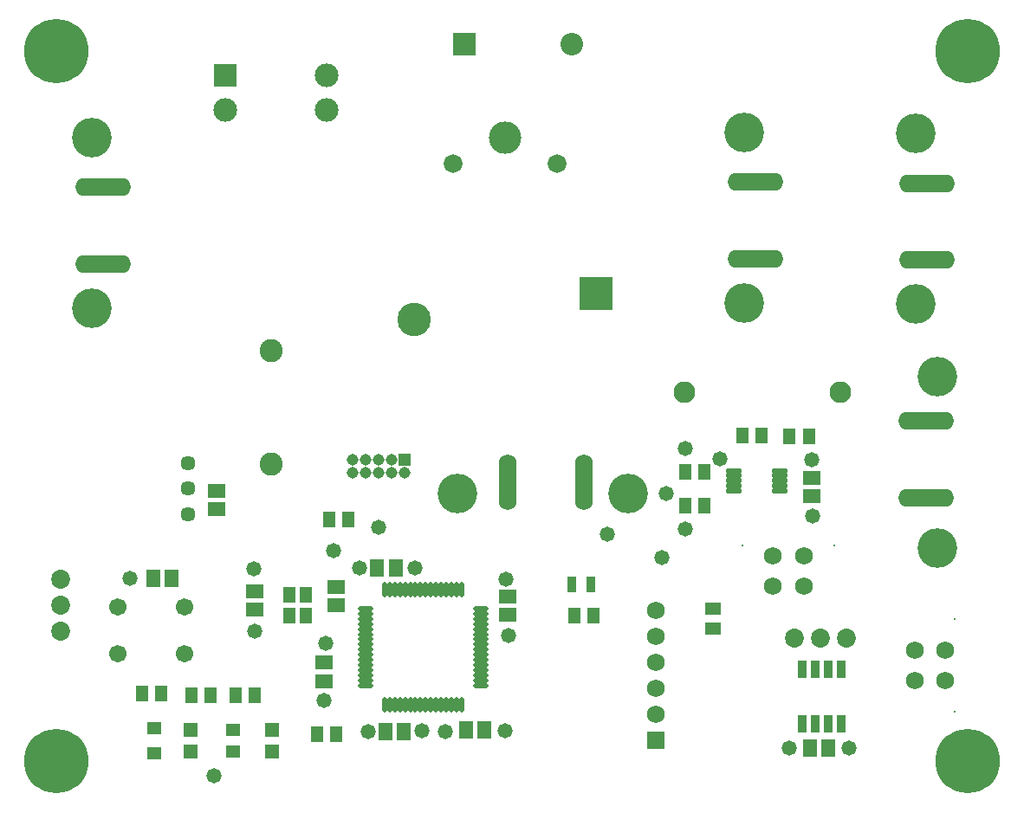
<source format=gbr>
%FSTAX23Y23*%
%MOIN*%
%SFA1B1*%

%IPPOS*%
%AMD121*
4,1,8,-0.030500,0.004000,-0.030500,-0.004000,-0.024500,-0.010000,0.024500,-0.010000,0.030500,-0.004000,0.030500,0.004000,0.024500,0.010000,-0.024500,0.010000,-0.030500,0.004000,0.0*
1,1,0.012000,-0.024500,0.004000*
1,1,0.012000,-0.024500,-0.004000*
1,1,0.012000,0.024500,-0.004000*
1,1,0.012000,0.024500,0.004000*
%
%ADD75C,0.083000*%
%ADD79C,0.068000*%
%ADD80C,0.008000*%
%ADD81R,0.069000X0.069000*%
%ADD82C,0.069000*%
%ADD83O,0.215000X0.068000*%
%ADD84C,0.152000*%
%ADD85O,0.068000X0.215000*%
%ADD86C,0.087000*%
%ADD87R,0.087000X0.087000*%
%ADD88C,0.089000*%
%ADD89C,0.091000*%
%ADD90R,0.091000X0.091000*%
%ADD91C,0.045000*%
%ADD92R,0.045000X0.045000*%
%ADD93C,0.067000*%
%ADD94C,0.073000*%
%ADD95C,0.057000*%
%ADD96C,0.248000*%
%ADD97C,0.072000*%
%ADD98C,0.129000*%
%ADD99C,0.125000*%
%ADD100R,0.125000X0.125000*%
%ADD101C,0.058000*%
%ADD110R,0.051000X0.059000*%
%ADD111R,0.055000X0.055000*%
%ADD112R,0.049000X0.063000*%
%ADD113R,0.032000X0.020000*%
%ADD114R,0.053000X0.065000*%
%ADD115R,0.065000X0.053000*%
%ADD116O,0.059000X0.020000*%
%ADD117O,0.020000X0.059000*%
%ADD118R,0.057000X0.051000*%
%ADD119R,0.063000X0.049000*%
%ADD120R,0.032000X0.067000*%
G04~CAMADD=121~8~0.0~0.0~200.0~610.0~60.0~0.0~15~0.0~0.0~0.0~0.0~0~0.0~0.0~0.0~0.0~0~0.0~0.0~0.0~90.0~610.0~200.0*
%ADD121D121*%
%ADD122R,0.055000X0.051000*%
%LNbatt_man_rev2_soldermask_top-1*%
%LPD*%
G54D75*
X02565Y0203D03*
X03165D03*
G54D79*
X03569Y00921D03*
X03451D03*
X03569Y01039D03*
X03451D03*
X03025Y01403D03*
Y01285D03*
X02907Y01403D03*
Y01285D03*
G54D80*
X03606Y00803D03*
Y01157D03*
X03143Y0144D03*
X02789D03*
G54D81*
X02455Y0069D03*
G54D82*
X02455Y0079D03*
Y0089D03*
Y0099D03*
Y0109D03*
Y0119D03*
G54D83*
X03495Y01625D03*
Y0192D03*
X0033Y0282D03*
Y02525D03*
X035Y02835D03*
Y0254D03*
X0284Y0284D03*
Y02545D03*
G54D84*
X0354Y01432D03*
Y0209D03*
X01692Y0164D03*
X0235D03*
X00285Y03013D03*
Y02355D03*
X03455Y03028D03*
Y0237D03*
X02795Y03033D03*
Y02375D03*
G54D85*
X01885Y01685D03*
X0218D03*
G54D86*
X02131Y0337D03*
G54D87*
X01719Y0337D03*
G54D88*
X00975Y02193D03*
Y01755D03*
G54D89*
X008Y03118D03*
X0119D03*
Y03252D03*
G54D90*
X008Y03252D03*
G54D91*
X0129Y0172D03*
X0134D03*
X0139D03*
X0144D03*
X0149D03*
X0129Y0177D03*
X0134D03*
X0139D03*
X0144D03*
G54D92*
X0149Y0177D03*
G54D93*
X00385Y01204D03*
X00641D03*
X00385Y01026D03*
X00641D03*
G54D94*
X00165Y0131D03*
Y0121D03*
Y0111D03*
X0299Y01085D03*
X0309D03*
X0319D03*
G54D95*
X00654Y01758D03*
Y0166D03*
Y01562D03*
G54D96*
X0015Y03345D03*
Y0061D03*
X03655Y03345D03*
Y0061D03*
G54D97*
X02075Y0291D03*
X01675D03*
G54D98*
X01525Y0231D03*
G54D99*
X01875Y0301D03*
G54D100*
X02225Y0241D03*
G54D101*
X0091Y0135D03*
X00912Y01111D03*
X00755Y00555D03*
X032Y0066D03*
X0297D03*
X01215Y0142D03*
X0118Y00845D03*
X01185Y01065D03*
X0227Y01485D03*
X01389Y0151D03*
X03055Y0177D03*
X00433Y01315D03*
X0306Y01555D03*
X0189Y01095D03*
X0188Y0131D03*
X01315Y01355D03*
X0153D03*
X0135Y00724D03*
X01555Y00727D03*
X01875Y00728D03*
X01645Y00724D03*
X02495Y0164D03*
X0248Y01395D03*
X02701Y01775D03*
X02568Y01505D03*
Y01815D03*
G54D110*
X0111Y01251D03*
Y0117D03*
X01046D03*
Y01251D03*
G54D111*
X0098Y00731D03*
Y00649D03*
X00665D03*
Y00731D03*
G54D112*
X01153Y00715D03*
X01227D03*
X01198Y0154D03*
X01272D03*
X00552Y0087D03*
X00478D03*
X02217Y0117D03*
X02143D03*
X02862Y01865D03*
X02788D03*
X02568Y01725D03*
X02642D03*
X02568Y01595D03*
X02642D03*
X00668Y00865D03*
X00742D03*
X00838D03*
X00912D03*
X03045Y0186D03*
X0297D03*
G54D113*
X02207Y0127D03*
Y0129D03*
Y0131D03*
X02133D03*
Y0129D03*
Y0127D03*
G54D114*
X00593Y01315D03*
X00523D03*
X01795Y00732D03*
X01725D03*
X01485Y00725D03*
X01415D03*
X01383Y01356D03*
X01454D03*
X0305Y0066D03*
X0312D03*
G54D115*
X00912Y01266D03*
Y01195D03*
X0118Y00919D03*
Y0099D03*
X01885Y01245D03*
Y01174D03*
X03055Y0163D03*
Y017D03*
X01225Y0128D03*
Y0121D03*
X00765Y0165D03*
Y0158D03*
G54D116*
X01338Y01198D03*
Y01178D03*
Y01158D03*
Y01139D03*
Y01119D03*
Y01099D03*
Y0108D03*
Y0106D03*
Y0104D03*
Y0102D03*
Y01001D03*
Y00981D03*
Y00961D03*
Y00942D03*
Y00922D03*
Y00902D03*
X01782D03*
Y00922D03*
Y00942D03*
Y00961D03*
Y00981D03*
Y01001D03*
Y0102D03*
Y0104D03*
Y0106D03*
Y0108D03*
Y01099D03*
Y01119D03*
Y01139D03*
Y01158D03*
Y01178D03*
Y01198D03*
G54D117*
X01412Y00828D03*
X01432D03*
X01452D03*
X01471D03*
X01491D03*
X01511D03*
X0153D03*
X0155D03*
X0157D03*
X0159D03*
X01609D03*
X01629D03*
X01649D03*
X01668D03*
X01688D03*
X01708D03*
Y01272D03*
X01688D03*
X01668D03*
X01649D03*
X01629D03*
X01609D03*
X0159D03*
X0157D03*
X0155D03*
X0153D03*
X01511D03*
X01491D03*
X01471D03*
X01452D03*
X01432D03*
X01412D03*
G54D118*
X00525Y00739D03*
Y00641D03*
G54D119*
X02675Y01123D03*
Y01197D03*
G54D120*
X0302Y00755D03*
X0307D03*
X0312D03*
X0317D03*
Y00964D03*
X0312D03*
X0307D03*
X0302D03*
G54D121*
X02757Y01651D03*
Y0167D03*
Y0169D03*
Y0171D03*
X02933Y01651D03*
Y0167D03*
Y0169D03*
Y0171D03*
X02757Y01729D03*
X02933D03*
G54D122*
X0083Y00649D03*
Y00731D03*
M02*
</source>
